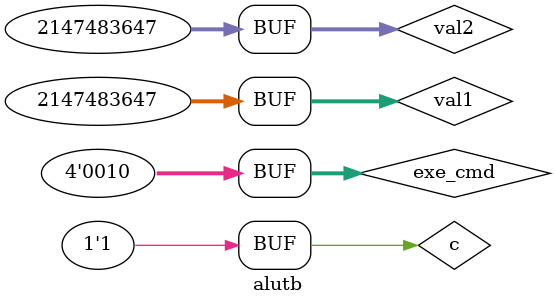
<source format=v>
`timescale 1ns/1ns
module alutb();
    reg [31:0] val1, val2;
    reg [3:0] exe_cmd;
    reg c;
    reg [3:0] state_out;
    reg [31:0] out;
    ALU alu(val1, val2, exe_cmd, c, state_out, out);
    
    initial begin
		val1 = 32'b01111111111111111111111111111111;
        val2 = 32'b01111111111111111111111111111111;
        c = 1'b1;
        #10 exe_cmd = 4'b0001;
        #10 exe_cmd = 4'b1001;
        #10 exe_cmd = 4'b0010;
        #10 exe_cmd = 4'b0011;
        #10 exe_cmd = 4'b0100;
        #10 exe_cmd = 4'b0101;
        #10 exe_cmd = 4'b0110;
        #10 exe_cmd = 4'b0111;
        #10 exe_cmd = 4'b1000;
        #10 exe_cmd = 4'b0100;
        #10 exe_cmd = 4'b0110;
        #10 exe_cmd = 4'b0010;
        #10 exe_cmd = 4'b0010;
	end
	
endmodule
</source>
